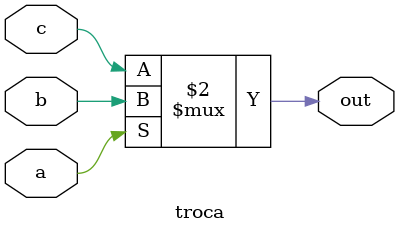
<source format=v>
module troca (a, b, c, out);
	input a, b, c;
	output out;
	
	assign out = (a==1) ? b : c;
endmodule

</source>
